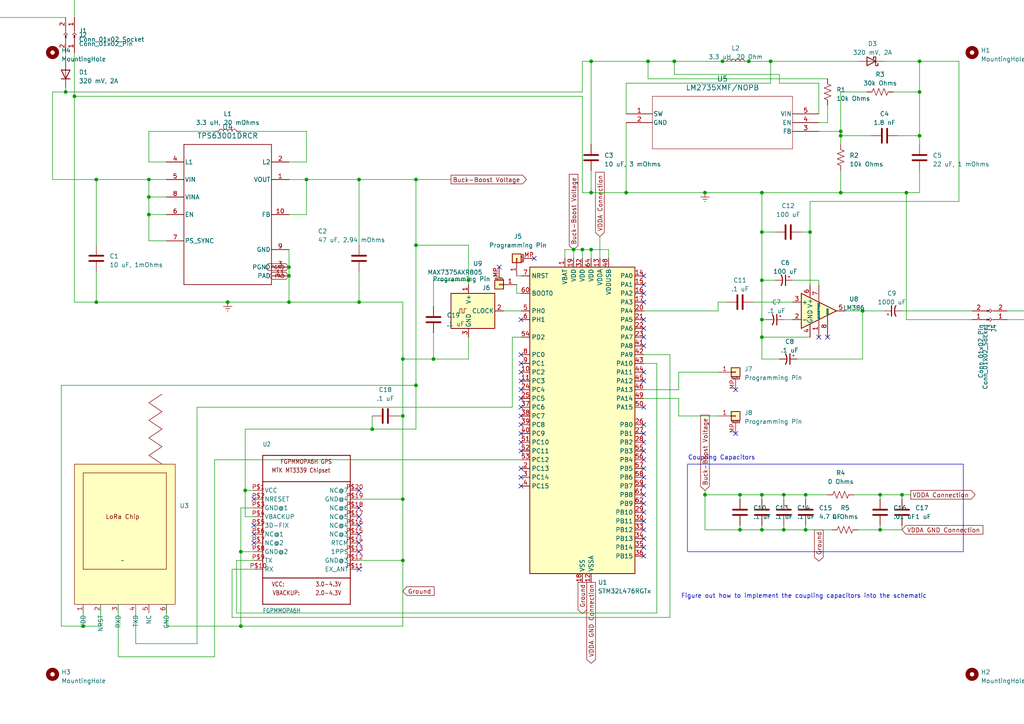
<source format=kicad_sch>
(kicad_sch (version 20231120) (generator "eeschema") (generator_version "8.0")
  (paper "A4")
  (lib_symbols
    (symbol "Adafruit Ultimate GPS Hat-eagle-import:GPS_FGPMMOPA6H"
      (property "Reference" "U" (at -12.7 22.86 0))
      (symbol "GPS_FGPMMOPA6H_1_0"
        (text "2.0-4.3V" (at 2.54 -20.32 0) (effects (font (size 1.27 1.0795)) (justify left bottom)))
        (text "3.0-4.3V" (at 2.54 -17.78 0) (effects (font (size 1.27 1.0795)) (justify left bottom)))
        (text "FGPMMOPA6H GPS" (at -7.62 17.78 0) (effects (font (size 1.27 1.0795)) (justify left bottom)))
        (text "MTK MT3339 Chipset" (at -10.16 15.24 0) (effects (font (size 1.27 1.0795)) (justify left bottom)))
        (text "VBACKUP:" (at -9.906 -20.32 0) (effects (font (size 1.27 1.0795)) (justify left bottom)))
        (text "VCC:" (at -10.16 -17.78 0) (effects (font (size 1.27 1.0795)) (justify left bottom)))
        (pin bidirectional line (at -15.24 10.16 0) (length 2.54) (name "VCC") (number "P$1"))
        (pin bidirectional line (at -15.24 -12.7 0) (length 2.54) (name "RX") (number "P$10"))
        (pin bidirectional line (at 15.24 -12.7 180) (length 2.54) (name "EX_ANT") (number "P$11"))
        (pin bidirectional line (at 15.24 -10.16 180) (length 2.54) (name "GND@3") (number "P$12"))
        (pin bidirectional line (at 15.24 -7.62 180) (length 2.54) (name "1PPS") (number "P$13"))
        (pin bidirectional line (at 15.24 -5.08 180) (length 2.54) (name "RTCM") (number "P$14"))
        (pin bidirectional line (at 15.24 -2.54 180) (length 2.54) (name "NC@3") (number "P$15"))
        (pin bidirectional line (at 15.24 0 180) (length 2.54) (name "NC@4") (number "P$16"))
        (pin bidirectional line (at 15.24 2.54 180) (length 2.54) (name "NC@5") (number "P$17"))
        (pin bidirectional line (at 15.24 5.08 180) (length 2.54) (name "NC@6") (number "P$18"))
        (pin bidirectional line (at 15.24 7.62 180) (length 2.54) (name "GND@4") (number "P$19"))
        (pin bidirectional line (at -15.24 7.62 0) (length 2.54) (name "NRESET") (number "P$2"))
        (pin bidirectional line (at 15.24 10.16 180) (length 2.54) (name "NC@7") (number "P$20"))
        (pin bidirectional line (at -15.24 5.08 0) (length 2.54) (name "GND@1") (number "P$3"))
        (pin bidirectional line (at -15.24 2.54 0) (length 2.54) (name "VBACKUP") (number "P$4"))
        (pin bidirectional line (at -15.24 0 0) (length 2.54) (name "3D-FIX") (number "P$5"))
        (pin bidirectional line (at -15.24 -2.54 0) (length 2.54) (name "NC@1") (number "P$6"))
        (pin bidirectional line (at -15.24 -5.08 0) (length 2.54) (name "NC@2") (number "P$7"))
        (pin bidirectional line (at -15.24 -7.62 0) (length 2.54) (name "GND@2") (number "P$8"))
        (pin bidirectional line (at -15.24 -10.16 0) (length 2.54) (name "TX") (number "P$9"))
      )
    )
    (symbol "Amplifier_Audio:LM386" (pin_names (offset 0.127))
      (property "Reference" "U" (at 1.27 7.62 0))
      (property "Value" "LM386" (at 1.27 5.08 0))
      (symbol "LM386_1_1"
        (pin input line (at 0 -7.62 90) (length 5.08) (name "GAIN") (number "1"))
        (pin input line (at -7.62 -2.54 0) (length 2.54) (name "-") (number "2"))
        (pin input line (at -7.62 2.54 0) (length 2.54) (name "+") (number "3"))
        (pin power_in line (at -2.54 -7.62 90) (length 3.81) (name "GND") (number "4"))
        (pin output line (at 7.62 0 180) (length 2.54) (name "~") (number "5"))
        (pin power_in line (at -2.54 7.62 270) (length 3.81) (name "V+") (number "6"))
        (pin input line (at 0 7.62 270) (length 5.08) (name "BYPASS") (number "7"))
        (pin input line (at 2.54 -7.62 90) (length 6.35) (name "GAIN") (number "8"))
      )
    )
    (symbol "Boost Chip:LM2735XMF_NOPB" (pin_names (offset 0.254))
      (property "Value" "LM2735XMF/NOPB" (at 27.94 7.62 0))
      (symbol "LM2735XMF_NOPB_0_1"
        (pin power_in line (at 0 0 0) (length 7.62) (name "SW") (number "1"))
        (pin power_in line (at 0 -2.54 0) (length 7.62) (name "GND") (number "2"))
        (pin input line (at 55.88 -5.08 180) (length 7.62) (name "FB") (number "3"))
        (pin input line (at 55.88 -2.54 180) (length 7.62) (name "EN") (number "4"))
        (pin power_in line (at 55.88 0 180) (length 7.62) (name "VIN") (number "5"))
      )
    )
    (symbol "Buck-Boost Chip:TPS63001DRCR" (pin_names (offset 0.254))
      (property "Reference" "U" (at 0 2.54 0))
      (property "Value" "TPS63001DRCR" (at 0 0 0))
      (symbol "TPS63001DRCR_0_1"
        (pin power_in line (at 17.78 10.16 180) (length 5.08) (name "VOUT") (number "1"))
        (pin input line (at 17.78 0 180) (length 5.08) (name "FB") (number "10"))
        (pin power_in line (at 17.78 -17.78 180) (length 5.08) (name "PAD") (number "11"))
        (pin unspecified line (at 17.78 15.24 180) (length 5.08) (name "L2") (number "2"))
        (pin power_in line (at 17.78 -15.24 180) (length 5.08) (name "PGND") (number "3"))
        (pin unspecified line (at -17.78 15.24 0) (length 5.08) (name "L1") (number "4"))
        (pin power_in line (at -17.78 10.16 0) (length 5.08) (name "VIN") (number "5"))
        (pin input line (at -17.78 0 0) (length 5.08) (name "EN") (number "6"))
        (pin input line (at -17.78 -7.62 0) (length 5.08) (name "PS_SYNC") (number "7"))
        (pin power_in line (at -17.78 5.08 0) (length 5.08) (name "VINA") (number "8"))
        (pin power_in line (at 17.78 -10.16 180) (length 5.08) (name "GND") (number "9"))
      )
    )
    (symbol "Connector:Conn_01x02_Pin" (pin_names (offset 1.016) hide)
      (property "Reference" "J" (at 0 2.54 0))
      (property "Value" "Conn_01x02_Pin" (at 0 -5.08 0))
      (symbol "Conn_01x02_Pin_1_1"
        (pin passive line (at 5.08 0 180) (length 3.81) (name "Pin_1") (number "1"))
        (pin passive line (at 5.08 -2.54 180) (length 3.81) (name "Pin_2") (number "2"))
      )
    )
    (symbol "Connector:Conn_01x02_Socket" (pin_names (offset 1.016) hide)
      (property "Reference" "J" (at 0 2.54 0))
      (property "Value" "Conn_01x02_Socket" (at 0 -5.08 0))
      (symbol "Conn_01x02_Socket_1_1"
        (pin passive line (at -5.08 0 0) (length 3.81) (name "Pin_1") (number "1"))
        (pin passive line (at -5.08 -2.54 0) (length 3.81) (name "Pin_2") (number "2"))
      )
    )
    (symbol "Connector_Generic_MountingPin:Conn_01x01_MountingPin" (pin_names (offset 1.016) hide)
      (property "Reference" "J" (at 0 2.54 0))
      (property "Value" "Conn_01x01_MountingPin" (at 1.27 -2.54 0))
      (symbol "Conn_01x01_MountingPin_1_1"
        (text "Mounting" (at 0 -1.651 0) (effects (font (size 0.381 0.381))))
        (pin passive line (at -5.08 0 0) (length 3.81) (name "Pin_1") (number "1"))
        (pin passive line (at 0 -5.08 90) (length 3.048) (name "MountPin") (number "MP"))
      )
    )
    (symbol "Device:Battery_Cell" (pin_numbers hide) (pin_names (offset 0) hide)
      (property "Reference" "BT" (at 2.54 2.54 0))
      (property "Value" "Battery_Cell" (at 2.54 0 0))
      (symbol "Battery_Cell_1_1"
        (pin passive line (at 0 5.08 270) (length 2.54) (name "+") (number "1"))
        (pin passive line (at 0 -2.54 90) (length 2.54) (name "-") (number "2"))
      )
    )
    (symbol "Device:C" (pin_numbers hide) (pin_names (offset 0.254))
      (property "Reference" "C" (at 0.635 2.54 0))
      (property "Value" "C" (at 0.635 -2.54 0))
      (symbol "C_1_1"
        (pin passive line (at 0 3.81 270) (length 2.794) (name "~") (number "1"))
        (pin passive line (at 0 -3.81 90) (length 2.794) (name "~") (number "2"))
      )
    )
    (symbol "Device:C_Polarized_Small_US" (pin_numbers hide) (pin_names (offset 0.254) hide)
      (property "Reference" "C" (at 0.254 1.778 0))
      (property "Value" "C_Polarized_Small_US" (at 0.254 -2.032 0))
      (symbol "C_Polarized_Small_US_1_1"
        (pin passive line (at 0 2.54 270) (length 2.032) (name "~") (number "1"))
        (pin passive line (at 0 -2.54 90) (length 2.032) (name "~") (number "2"))
      )
    )
    (symbol "Device:D" (pin_numbers hide) (pin_names (offset 1.016) hide)
      (property "Reference" "D" (at 0 2.54 0))
      (property "Value" "D" (at 0 -2.54 0))
      (symbol "D_1_1"
        (pin passive line (at -3.81 0 0) (length 2.54) (name "K") (number "1"))
        (pin passive line (at 3.81 0 180) (length 2.54) (name "A") (number "2"))
      )
    )
    (symbol "Device:D_Schottky" (pin_numbers hide) (pin_names (offset 1.016) hide)
      (property "Reference" "D" (at 0 2.54 0))
      (property "Value" "D_Schottky" (at 0 -2.54 0))
      (symbol "D_Schottky_1_1"
        (pin passive line (at -3.81 0 0) (length 2.54) (name "K") (number "1"))
        (pin passive line (at 3.81 0 180) (length 2.54) (name "A") (number "2"))
      )
    )
    (symbol "Device:L" (pin_numbers hide) (pin_names (offset 1.016) hide)
      (property "Reference" "L" (at -1.27 0 90))
      (property "Value" "L" (at 1.905 0 90))
      (symbol "L_1_1"
        (pin passive line (at 0 3.81 270) (length 1.27) (name "1") (number "1"))
        (pin passive line (at 0 -3.81 90) (length 1.27) (name "2") (number "2"))
      )
    )
    (symbol "Device:R_US" (pin_numbers hide) (pin_names (offset 0))
      (property "Reference" "R" (at 2.54 0 90))
      (property "Value" "R_US" (at -2.54 0 90))
      (symbol "R_US_1_1"
        (pin passive line (at 0 3.81 270) (length 1.27) (name "~") (number "1"))
        (pin passive line (at 0 -3.81 90) (length 1.27) (name "~") (number "2"))
      )
    )
    (symbol "Device:Speaker" (pin_names (offset 0) hide)
      (property "Reference" "LS" (at 1.27 5.715 0))
      (property "Value" "Speaker" (at 1.27 3.81 0))
      (symbol "Speaker_1_1"
        (pin input line (at -5.08 0 0) (length 2.54) (name "1") (number "1"))
        (pin input line (at -5.08 -2.54 0) (length 2.54) (name "2") (number "2"))
      )
    )
    (symbol "LoRa Chip:RYLR896"
      (property "Reference" "U" (at 0 0 0))
      (symbol "RYLR896_0_1"
        (text "LoRa Chip" (at 0 12.7 0) (effects (font (size 1.27 1.27))))
      )
      (symbol "RYLR896_1_1"
        (pin power_in line (at -11.43 -12.7 270) (length 2.54) (name "VDD") (number "1"))
        (pin input line (at -6.35 -12.7 270) (length 2.54) (name "NRST") (number "2"))
        (pin input line (at -1.27 -12.7 270) (length 2.54) (name "RXD") (number "3"))
        (pin output line (at 3.81 -12.7 270) (length 2.54) (name "TXD") (number "4"))
        (pin free line (at 7.62 -12.7 270) (length 2.54) (name "NC") (number "5"))
        (pin power_out line (at 12.7 -12.7 270) (length 2.54) (name "GND") (number "6"))
      )
    )
    (symbol "MCU_ST_STM32L4:STM32L476RGTx"
      (property "Reference" "U" (at -15.24 46.99 0))
      (property "Value" "STM32L476RGTx" (at 10.16 46.99 0))
      (symbol "STM32L476RGTx_1_1"
        (pin power_in line (at -5.08 48.26 270) (length 2.54) (name "VBAT") (number "1"))
        (pin bidirectional line (at -17.78 15.24 0) (length 2.54) (name "PC2") (number "10"))
        (pin bidirectional line (at -17.78 12.7 0) (length 2.54) (name "PC3") (number "11"))
        (pin power_in line (at 2.54 -45.72 90) (length 2.54) (name "VSSA") (number "12"))
        (pin power_in line (at 5.08 48.26 270) (length 2.54) (name "VDDA") (number "13"))
        (pin bidirectional line (at 17.78 43.18 180) (length 2.54) (name "PA0") (number "14"))
        (pin bidirectional line (at 17.78 40.64 180) (length 2.54) (name "PA1") (number "15"))
        (pin bidirectional line (at 17.78 38.1 180) (length 2.54) (name "PA2") (number "16"))
        (pin bidirectional line (at 17.78 35.56 180) (length 2.54) (name "PA3") (number "17"))
        (pin power_in line (at 0 -45.72 90) (length 2.54) (name "VSS") (number "18"))
        (pin power_in line (at -2.54 48.26 270) (length 2.54) (name "VDD") (number "19"))
        (pin bidirectional line (at -17.78 -12.7 0) (length 2.54) (name "PC13") (number "2"))
        (pin bidirectional line (at 17.78 33.02 180) (length 2.54) (name "PA4") (number "20"))
        (pin bidirectional line (at 17.78 30.48 180) (length 2.54) (name "PA5") (number "21"))
        (pin bidirectional line (at 17.78 27.94 180) (length 2.54) (name "PA6") (number "22"))
        (pin bidirectional line (at 17.78 25.4 180) (length 2.54) (name "PA7") (number "23"))
        (pin bidirectional line (at -17.78 10.16 0) (length 2.54) (name "PC4") (number "24"))
        (pin bidirectional line (at -17.78 7.62 0) (length 2.54) (name "PC5") (number "25"))
        (pin bidirectional line (at 17.78 0 180) (length 2.54) (name "PB0") (number "26"))
        (pin bidirectional line (at 17.78 -2.54 180) (length 2.54) (name "PB1") (number "27"))
        (pin bidirectional line (at 17.78 -5.08 180) (length 2.54) (name "PB2") (number "28"))
        (pin bidirectional line (at 17.78 -25.4 180) (length 2.54) (name "PB10") (number "29"))
        (pin bidirectional line (at -17.78 -15.24 0) (length 2.54) (name "PC14") (number "3"))
        (pin bidirectional line (at 17.78 -27.94 180) (length 2.54) (name "PB11") (number "30"))
        (pin passive line (at 0 -45.72 90) (length 2.54) hide (name "VSS") (number "31"))
        (pin power_in line (at 0 48.26 270) (length 2.54) (name "VDD") (number "32"))
        (pin bidirectional line (at 17.78 -30.48 180) (length 2.54) (name "PB12") (number "33"))
        (pin bidirectional line (at 17.78 -33.02 180) (length 2.54) (name "PB13") (number "34"))
        (pin bidirectional line (at 17.78 -35.56 180) (length 2.54) (name "PB14") (number "35"))
        (pin bidirectional line (at 17.78 -38.1 180) (length 2.54) (name "PB15") (number "36"))
        (pin bidirectional line (at -17.78 5.08 0) (length 2.54) (name "PC6") (number "37"))
        (pin bidirectional line (at -17.78 2.54 0) (length 2.54) (name "PC7") (number "38"))
        (pin bidirectional line (at -17.78 0 0) (length 2.54) (name "PC8") (number "39"))
        (pin bidirectional line (at -17.78 -17.78 0) (length 2.54) (name "PC15") (number "4"))
        (pin bidirectional line (at -17.78 -2.54 0) (length 2.54) (name "PC9") (number "40"))
        (pin bidirectional line (at 17.78 22.86 180) (length 2.54) (name "PA8") (number "41"))
        (pin bidirectional line (at 17.78 20.32 180) (length 2.54) (name "PA9") (number "42"))
        (pin bidirectional line (at 17.78 17.78 180) (length 2.54) (name "PA10") (number "43"))
        (pin bidirectional line (at 17.78 15.24 180) (length 2.54) (name "PA11") (number "44"))
        (pin bidirectional line (at 17.78 12.7 180) (length 2.54) (name "PA12") (number "45"))
        (pin bidirectional line (at 17.78 10.16 180) (length 2.54) (name "PA13") (number "46"))
        (pin passive line (at 0 -45.72 90) (length 2.54) hide (name "VSS") (number "47"))
        (pin power_in line (at 7.62 48.26 270) (length 2.54) (name "VDDUSB") (number "48"))
        (pin bidirectional line (at 17.78 7.62 180) (length 2.54) (name "PA14") (number "49"))
        (pin bidirectional line (at -17.78 33.02 0) (length 2.54) (name "PH0") (number "5"))
        (pin bidirectional line (at 17.78 5.08 180) (length 2.54) (name "PA15") (number "50"))
        (pin bidirectional line (at -17.78 -5.08 0) (length 2.54) (name "PC10") (number "51"))
        (pin bidirectional line (at -17.78 -7.62 0) (length 2.54) (name "PC11") (number "52"))
        (pin bidirectional line (at -17.78 -10.16 0) (length 2.54) (name "PC12") (number "53"))
        (pin bidirectional line (at -17.78 25.4 0) (length 2.54) (name "PD2") (number "54"))
        (pin bidirectional line (at 17.78 -7.62 180) (length 2.54) (name "PB3") (number "55"))
        (pin bidirectional line (at 17.78 -10.16 180) (length 2.54) (name "PB4") (number "56"))
        (pin bidirectional line (at 17.78 -12.7 180) (length 2.54) (name "PB5") (number "57"))
        (pin bidirectional line (at 17.78 -15.24 180) (length 2.54) (name "PB6") (number "58"))
        (pin bidirectional line (at 17.78 -17.78 180) (length 2.54) (name "PB7") (number "59"))
        (pin bidirectional line (at -17.78 30.48 0) (length 2.54) (name "PH1") (number "6"))
        (pin input line (at -17.78 38.1 0) (length 2.54) (name "BOOT0") (number "60"))
        (pin bidirectional line (at 17.78 -20.32 180) (length 2.54) (name "PB8") (number "61"))
        (pin bidirectional line (at 17.78 -22.86 180) (length 2.54) (name "PB9") (number "62"))
        (pin passive line (at 0 -45.72 90) (length 2.54) hide (name "VSS") (number "63"))
        (pin power_in line (at 2.54 48.26 270) (length 2.54) (name "VDD") (number "64"))
        (pin input line (at -17.78 43.18 0) (length 2.54) (name "NRST") (number "7"))
        (pin bidirectional line (at -17.78 20.32 0) (length 2.54) (name "PC0") (number "8"))
        (pin bidirectional line (at -17.78 17.78 0) (length 2.54) (name "PC1") (number "9"))
      )
    )
    (symbol "Mechanical:MountingHole" (pin_names (offset 1.016))
      (property "Reference" "H" (at 0 5.08 0))
      (property "Value" "MountingHole" (at 0 3.175 0))
    )
    (symbol "Oscillator:MAX7375AXR805" (pin_names (offset 0.254))
      (property "Reference" "U" (at -2.54 6.35 0))
      (property "Value" "MAX7375AXR805" (at 1.27 -6.35 0))
      (symbol "MAX7375AXR805_1_1"
        (pin power_in line (at 0 7.62 270) (length 2.54) (name "V+") (number "1"))
        (pin output line (at 10.16 0 180) (length 2.54) (name "CLOCK") (number "2"))
        (pin power_in line (at 0 -7.62 90) (length 2.54) (name "GND") (number "3"))
      )
    )
    (symbol "power:Earth" (power) (pin_names (offset 0))
      (symbol "Earth_1_1"
        (pin power_in line (at 0 0 270) (length 0) hide (name "Earth") (number "1"))
      )
    )
  )
  (junction (at 116.84 162.56))
  (junction (at 214.63 143.51))
  (junction (at 104.14 87.63))
  (junction (at 88.9 52.07))
  (junction (at 120.65 111.76))
  (junction (at 220.98 143.51))
  (junction (at 168.91 72.39))
  (junction (at 243.84 39.37))
  (junction (at 195.58 17.78))
  (junction (at 135.89 81.28))
  (junction (at 171.45 17.78))
  (junction (at 83.82 87.63))
  (junction (at 69.85 181.61))
  (junction (at 234.95 67.31))
  (junction (at 120.65 71.12))
  (junction (at 227.33 143.51))
  (junction (at 43.18 57.15))
  (junction (at 220.98 92.71))
  (junction (at 220.98 153.67))
  (junction (at 255.27 153.67))
  (junction (at 66.04 87.63))
  (junction (at 125.73 104.14))
  (junction (at 83.82 77.47))
  (junction (at 171.45 55.88))
  (junction (at 261.62 143.51))
  (junction (at 243.84 55.88))
  (junction (at 187.96 17.78))
  (junction (at 204.47 143.51))
  (junction (at 116.84 120.65))
  (junction (at 255.27 143.51))
  (junction (at 43.18 52.07))
  (junction (at 107.95 124.46))
  (junction (at 266.7 17.78))
  (junction (at 43.18 62.23))
  (junction (at 227.33 153.67))
  (junction (at 262.89 55.88))
  (junction (at 104.14 52.07))
  (junction (at 116.84 144.78))
  (junction (at 120.65 52.07))
  (junction (at 24.13 181.61))
  (junction (at 204.47 55.88))
  (junction (at 223.52 17.78))
  (junction (at 220.98 67.31))
  (junction (at 71.12 142.24))
  (junction (at 69.85 160.02))
  (junction (at 217.17 17.78))
  (junction (at 19.05 26.67))
  (junction (at 220.98 97.79))
  (junction (at 181.61 55.88))
  (junction (at 250.19 90.17))
  (junction (at 171.45 72.39))
  (junction (at 83.82 80.01))
  (junction (at 243.84 38.1))
  (junction (at 233.68 153.67))
  (junction (at 266.7 39.37))
  (junction (at 166.37 72.39))
  (junction (at 27.94 87.63))
  (junction (at 21.59 27.94))
  (junction (at 233.68 143.51))
  (junction (at 220.98 55.88))
  (junction (at 214.63 153.67))
  (junction (at 209.55 17.78))
  (junction (at 266.7 26.67))
  (junction (at 116.84 104.14))
  (junction (at 220.98 81.28))
  (junction (at 27.94 52.07))
  (no_connect (at 151.13 135.89))
  (no_connect (at 151.13 113.03))
  (no_connect (at 186.69 125.73))
  (no_connect (at 186.69 128.27))
  (no_connect (at 151.13 118.11))
  (no_connect (at 186.69 148.59))
  (no_connect (at 104.14 152.4))
  (no_connect (at 151.13 107.95))
  (no_connect (at 104.14 154.94))
  (no_connect (at 186.69 123.19))
  (no_connect (at 186.69 151.13))
  (no_connect (at 186.69 95.25))
  (no_connect (at 186.69 85.09))
  (no_connect (at 186.69 80.01))
  (no_connect (at 186.69 153.67))
  (no_connect (at 213.36 125.73))
  (no_connect (at 73.66 157.48))
  (no_connect (at 73.66 144.78))
  (no_connect (at 104.14 149.86))
  (no_connect (at 151.13 110.49))
  (no_connect (at 144.78 77.47))
  (no_connect (at 186.69 118.11))
  (no_connect (at 104.14 157.48))
  (no_connect (at 240.03 97.79))
  (no_connect (at 151.13 140.97))
  (no_connect (at 151.13 92.71))
  (no_connect (at 186.69 146.05))
  (no_connect (at 104.14 147.32))
  (no_connect (at 213.36 113.03))
  (no_connect (at 151.13 115.57))
  (no_connect (at 237.49 97.79))
  (no_connect (at 73.66 152.4))
  (no_connect (at 151.13 102.87))
  (no_connect (at 186.69 92.71))
  (no_connect (at 73.66 154.94))
  (no_connect (at 186.69 158.75))
  (no_connect (at 151.13 138.43))
  (no_connect (at 154.94 74.93))
  (no_connect (at 186.69 143.51))
  (no_connect (at 186.69 82.55))
  (no_connect (at 104.14 142.24))
  (no_connect (at 186.69 100.33))
  (no_connect (at 186.69 156.21))
  (no_connect (at 151.13 125.73))
  (no_connect (at 104.14 160.02))
  (no_connect (at 151.13 105.41))
  (no_connect (at 186.69 87.63))
  (no_connect (at 186.69 140.97))
  (no_connect (at 151.13 123.19))
  (no_connect (at 186.69 133.35))
  (no_connect (at 186.69 138.43))
  (no_connect (at 186.69 97.79))
  (no_connect (at 186.69 130.81))
  (no_connect (at 186.69 107.95))
  (no_connect (at 186.69 110.49))
  (no_connect (at 151.13 120.65))
  (no_connect (at 151.13 128.27))
  (no_connect (at 186.69 161.29))
  (no_connect (at 151.13 130.81))
  (no_connect (at 186.69 135.89))
  (no_connect (at 104.14 165.1))
  (wire (pts (xy 220.98 81.28) (xy 220.98 92.71)))
  (wire (pts (xy 250.19 90.17) (xy 256.54 90.17)))
  (wire (pts (xy 67.31 179.07) (xy 67.31 165.1)))
  (wire (pts (xy 232.41 67.31) (xy 234.95 67.31)))
  (wire (pts (xy 116.84 104.14) (xy 125.73 104.14)))
  (wire (pts (xy 181.61 35.56) (xy 181.61 55.88)))
  (wire (pts (xy 260.35 39.37) (xy 266.7 39.37)))
  (wire (pts (xy 171.45 17.78) (xy 171.45 41.91)))
  (wire (pts (xy 245.11 90.17) (xy 250.19 90.17)))
  (wire (pts (xy 21.59 27.94) (xy 21.59 87.63)))
  (wire (pts (xy 17.78 111.76) (xy 120.65 111.76)))
  (wire (pts (xy 69.85 181.61) (xy 116.84 181.61)))
  (wire (pts (xy 24.13 175.26) (xy 24.13 181.61)))
  (wire (pts (xy 208.28 90.17) (xy 208.28 87.63)))
  (wire (pts (xy 171.45 55.88) (xy 168.91 55.88)))
  (wire (pts (xy 173.99 68.58) (xy 173.99 74.93)))
  (wire (pts (xy 104.14 78.74) (xy 104.14 87.63)))
  (wire (pts (xy 43.18 57.15) (xy 43.18 52.07)))
  (wire (pts (xy 220.98 104.14) (xy 226.06 104.14)))
  (wire (pts (xy 19.05 25.4) (xy 19.05 26.67)))
  (wire (pts (xy 176.53 72.39) (xy 176.53 74.93)))
  (wire (pts (xy 43.18 52.07) (xy 48.26 52.07)))
  (wire (pts (xy 83.82 62.23) (xy 88.9 62.23)))
  (wire (pts (xy 255.27 143.51) (xy 261.62 143.51)))
  (wire (pts (xy 116.84 120.65) (xy 116.84 144.78)))
  (wire (pts (xy 57.15 118.11) (xy 57.15 186.69)))
  (wire (pts (xy 68.58 162.56) (xy 73.66 162.56)))
  (wire (pts (xy 220.98 67.31) (xy 220.98 81.28)))
  (wire (pts (xy 204.47 142.24) (xy 204.47 143.51)))
  (wire (pts (xy 34.29 190.5) (xy 34.29 175.26)))
  (wire (pts (xy 120.65 52.07) (xy 130.81 52.07)))
  (wire (pts (xy 186.69 102.87) (xy 194.31 102.87)))
  (wire (pts (xy 194.31 179.07) (xy 67.31 179.07)))
  (wire (pts (xy 10.16 -16.51) (xy 3.81 -16.51)))
  (wire (pts (xy 220.98 152.4) (xy 220.98 153.67)))
  (wire (pts (xy 83.82 87.63) (xy 104.14 87.63)))
  (wire (pts (xy 135.89 71.12) (xy 135.89 81.28)))
  (wire (pts (xy 21.59 87.63) (xy 27.94 87.63)))
  (wire (pts (xy 190.5 105.41) (xy 190.5 177.8)))
  (wire (pts (xy 220.98 55.88) (xy 243.84 55.88)))
  (wire (pts (xy 83.82 80.01) (xy 83.82 87.63)))
  (wire (pts (xy 149.86 85.09) (xy 151.13 85.09)))
  (wire (pts (xy 19.05 15.24) (xy 19.05 17.78)))
  (wire (pts (xy 262.89 55.88) (xy 266.7 55.88)))
  (wire (pts (xy 104.14 162.56) (xy 116.84 162.56)))
  (wire (pts (xy 71.12 142.24) (xy 71.12 124.46)))
  (wire (pts (xy 240.03 22.86) (xy 187.96 22.86)))
  (wire (pts (xy 186.69 105.41) (xy 190.5 105.41)))
  (wire (pts (xy 181.61 24.13) (xy 223.52 24.13)))
  (wire (pts (xy 62.23 133.35) (xy 151.13 133.35)))
  (wire (pts (xy 69.85 160.02) (xy 69.85 181.61)))
  (wire (pts (xy 220.98 55.88) (xy 220.98 67.31)))
  (wire (pts (xy 190.5 177.8) (xy 68.58 177.8)))
  (wire (pts (xy 262.89 55.88) (xy 262.89 92.71)))
  (wire (pts (xy 163.83 74.93) (xy 163.83 72.39)))
  (wire (pts (xy 234.95 58.42) (xy 234.95 67.31)))
  (wire (pts (xy 227.33 143.51) (xy 227.33 144.78)))
  (wire (pts (xy 220.98 153.67) (xy 227.33 153.67)))
  (wire (pts (xy 220.98 143.51) (xy 227.33 143.51)))
  (wire (pts (xy 243.84 38.1) (xy 243.84 39.37)))
  (wire (pts (xy 237.49 35.56) (xy 240.03 35.56)))
  (wire (pts (xy 66.04 87.63) (xy 83.82 87.63)))
  (wire (pts (xy 256.54 17.78) (xy 266.7 17.78)))
  (wire (pts (xy 48.26 181.61) (xy 69.85 181.61)))
  (wire (pts (xy 234.95 58.42) (xy 278.13 58.42)))
  (wire (pts (xy 21.59 27.94) (xy 168.91 27.94)))
  (wire (pts (xy 73.66 147.32) (xy 69.85 147.32)))
  (wire (pts (xy 83.82 77.47) (xy 83.82 80.01)))
  (wire (pts (xy 214.63 143.51) (xy 220.98 143.51)))
  (wire (pts (xy 43.18 46.99) (xy 48.26 46.99)))
  (wire (pts (xy 168.91 26.67) (xy 168.91 17.78)))
  (wire (pts (xy 104.14 52.07) (xy 104.14 71.12)))
  (wire (pts (xy 83.82 46.99) (xy 88.9 46.99)))
  (wire (pts (xy 243.84 26.67) (xy 243.84 38.1)))
  (wire (pts (xy 104.14 87.63) (xy 116.84 87.63)))
  (wire (pts (xy 218.44 87.63) (xy 229.87 87.63)))
  (wire (pts (xy 83.82 72.39) (xy 83.82 77.47)))
  (wire (pts (xy 186.69 90.17) (xy 208.28 90.17)))
  (wire (pts (xy 149.86 80.01) (xy 151.13 80.01)))
  (wire (pts (xy 237.49 38.1) (xy 243.84 38.1)))
  (wire (pts (xy 204.47 55.88) (xy 220.98 55.88)))
  (wire (pts (xy 115.57 120.65) (xy 116.84 120.65)))
  (wire (pts (xy 243.84 49.53) (xy 243.84 55.88)))
  (wire (pts (xy 255.27 143.51) (xy 255.27 144.78)))
  (wire (pts (xy 223.52 24.13) (xy 223.52 17.78)))
  (wire (pts (xy 107.95 120.65) (xy 107.95 124.46)))
  (wire (pts (xy 125.73 81.28) (xy 125.73 88.9)))
  (wire (pts (xy 21.59 -8.89) (xy 21.59 5.08)))
  (wire (pts (xy 48.26 62.23) (xy 43.18 62.23)))
  (wire (pts (xy 194.31 102.87) (xy 194.31 179.07)))
  (wire (pts (xy 17.78 181.61) (xy 24.13 181.61)))
  (wire (pts (xy 261.62 90.17) (xy 281.94 90.17)))
  (wire (pts (xy 220.98 81.28) (xy 224.79 81.28)))
  (wire (pts (xy -7.62 5.08) (xy 19.05 5.08)))
  (wire (pts (xy 166.37 72.39) (xy 166.37 74.93)))
  (wire (pts (xy 27.94 78.74) (xy 27.94 87.63)))
  (wire (pts (xy 266.7 17.78) (xy 266.7 26.67)))
  (wire (pts (xy 234.95 97.79) (xy 220.98 97.79)))
  (wire (pts (xy 292.1 92.71) (xy 312.42 92.71)))
  (wire (pts (xy 220.98 67.31) (xy 224.79 67.31)))
  (wire (pts (xy 240.03 30.48) (xy 240.03 35.56)))
  (wire (pts (xy 67.31 165.1) (xy 73.66 165.1)))
  (wire (pts (xy 116.84 104.14) (xy 116.84 120.65)))
  (wire (pts (xy 195.58 21.59) (xy 195.58 17.78)))
  (wire (pts (xy 227.33 143.51) (xy 233.68 143.51)))
  (wire (pts (xy 204.47 143.51) (xy 214.63 143.51)))
  (wire (pts (xy 220.98 143.51) (xy 220.98 144.78)))
  (wire (pts (xy 223.52 17.78) (xy 248.92 17.78)))
  (wire (pts (xy 231.14 104.14) (xy 250.19 104.14)))
  (wire (pts (xy 43.18 38.1) (xy 43.18 46.99)))
  (wire (pts (xy 227.33 92.71) (xy 229.87 92.71)))
  (wire (pts (xy 261.62 143.51) (xy 264.16 143.51)))
  (wire (pts (xy 243.84 39.37) (xy 252.73 39.37)))
  (wire (pts (xy 43.18 38.1) (xy 62.23 38.1)))
  (wire (pts (xy 208.28 87.63) (xy 210.82 87.63)))
  (wire (pts (xy 148.59 118.11) (xy 57.15 118.11)))
  (wire (pts (xy 278.13 17.78) (xy 278.13 58.42)))
  (wire (pts (xy 104.14 144.78) (xy 116.84 144.78)))
  (wire (pts (xy 243.84 39.37) (xy 243.84 41.91)))
  (wire (pts (xy 88.9 38.1) (xy 88.9 46.99)))
  (wire (pts (xy 226.06 21.59) (xy 195.58 21.59)))
  (wire (pts (xy 69.85 38.1) (xy 88.9 38.1)))
  (wire (pts (xy 214.63 153.67) (xy 220.98 153.67)))
  (wire (pts (xy 68.58 177.8) (xy 68.58 162.56)))
  (wire (pts (xy 233.68 143.51) (xy 233.68 144.78)))
  (wire (pts (xy 247.65 143.51) (xy 255.27 143.51)))
  (wire (pts (xy 214.63 152.4) (xy 214.63 153.67)))
  (wire (pts (xy 195.58 17.78) (xy 209.55 17.78)))
  (wire (pts (xy 181.61 55.88) (xy 204.47 55.88)))
  (wire (pts (xy 243.84 26.67) (xy 251.46 26.67)))
  (wire (pts (xy 116.84 87.63) (xy 116.84 104.14)))
  (wire (pts (xy 15.24 26.67) (xy 19.05 26.67)))
  (wire (pts (xy 120.65 124.46) (xy 120.65 111.76)))
  (wire (pts (xy 107.95 124.46) (xy 120.65 124.46)))
  (wire (pts (xy 266.7 26.67) (xy 266.7 39.37)))
  (wire (pts (xy 171.45 72.39) (xy 176.53 72.39)))
  (wire (pts (xy 266.7 17.78) (xy 278.13 17.78)))
  (wire (pts (xy 237.49 82.55) (xy 237.49 81.28)))
  (wire (pts (xy 226.06 24.13) (xy 237.49 24.13)))
  (wire (pts (xy 71.12 149.86) (xy 73.66 149.86)))
  (wire (pts (xy 48.26 69.85) (xy 43.18 69.85)))
  (wire (pts (xy 261.62 152.4) (xy 261.62 153.67)))
  (wire (pts (xy 243.84 55.88) (xy 262.89 55.88)))
  (wire (pts (xy 15.24 26.67) (xy 15.24 52.07)))
  (wire (pts (xy 248.92 153.67) (xy 255.27 153.67)))
  (wire (pts (xy 261.62 143.51) (xy 261.62 144.78)))
  (wire (pts (xy 16.51 -16.51) (xy 16.51 -8.89)))
  (wire (pts (xy 62.23 190.5) (xy 34.29 190.5)))
  (wire (pts (xy 120.65 71.12) (xy 120.65 111.76)))
  (wire (pts (xy 196.85 115.57) (xy 196.85 120.65)))
  (wire (pts (xy 229.87 81.28) (xy 237.49 81.28)))
  (wire (pts (xy -2.54 -16.51) (xy -2.54 -19.05)))
  (wire (pts (xy 168.91 55.88) (xy 168.91 27.94)))
  (wire (pts (xy 227.33 152.4) (xy 227.33 153.67)))
  (wire (pts (xy 168.91 72.39) (xy 168.91 74.93)))
  (wire (pts (xy 266.7 39.37) (xy 266.7 41.91)))
  (wire (pts (xy 3.81 -8.89) (xy -2.54 -8.89)))
  (wire (pts (xy 217.17 17.78) (xy 223.52 17.78)))
  (wire (pts (xy 266.7 49.53) (xy 266.7 55.88)))
  (wire (pts (xy 88.9 52.07) (xy 104.14 52.07)))
  (wire (pts (xy 196.85 120.65) (xy 208.28 120.65)))
  (wire (pts (xy 166.37 72.39) (xy 168.91 72.39)))
  (wire (pts (xy 135.89 97.79) (xy 135.89 104.14)))
  (wire (pts (xy 237.49 24.13) (xy 237.49 33.02)))
  (wire (pts (xy 204.47 143.51) (xy 204.47 153.67)))
  (wire (pts (xy 83.82 52.07) (xy 88.9 52.07)))
  (wire (pts (xy 120.65 52.07) (xy 120.65 71.12)))
  (wire (pts (xy 135.89 81.28) (xy 125.73 81.28)))
  (wire (pts (xy 187.96 17.78) (xy 195.58 17.78)))
  (wire (pts (xy 24.13 181.61) (xy 29.21 181.61)))
  (wire (pts (xy 187.96 22.86) (xy 187.96 17.78)))
  (wire (pts (xy 261.62 153.67) (xy 255.27 153.67)))
  (wire (pts (xy 186.69 113.03) (xy 196.85 113.03)))
  (wire (pts (xy -2.54 -19.05) (xy -7.62 -19.05)))
  (wire (pts (xy 171.45 55.88) (xy 181.61 55.88)))
  (wire (pts (xy 146.05 90.17) (xy 151.13 90.17)))
  (wire (pts (xy 227.33 153.67) (xy 233.68 153.67)))
  (wire (pts (xy 196.85 107.95) (xy 208.28 107.95)))
  (wire (pts (xy 73.66 160.02) (xy 69.85 160.02)))
  (wire (pts (xy 233.68 153.67) (xy 241.3 153.67)))
  (wire (pts (xy 71.12 142.24) (xy 71.12 149.86)))
  (wire (pts (xy 214.63 143.51) (xy 214.63 144.78)))
  (wire (pts (xy 217.17 17.78) (xy 209.55 17.78)))
  (wire (pts (xy 15.24 52.07) (xy 27.94 52.07)))
  (wire (pts (xy 71.12 124.46) (xy 107.95 124.46)))
  (wire (pts (xy 181.61 24.13) (xy 181.61 33.02)))
  (wire (pts (xy 39.37 186.69) (xy 57.15 186.69)))
  (wire (pts (xy 69.85 147.32) (xy 69.85 160.02)))
  (wire (pts (xy 116.84 162.56) (xy 116.84 181.61)))
  (wire (pts (xy 3.81 -16.51) (xy 3.81 -8.89)))
  (wire (pts (xy 73.66 142.24) (xy 71.12 142.24)))
  (wire (pts (xy 120.65 71.12) (xy 135.89 71.12)))
  (wire (pts (xy 163.83 72.39) (xy 166.37 72.39)))
  (wire (pts (xy 250.19 90.17) (xy 250.19 104.14)))
  (wire (pts (xy -7.62 -19.05) (xy -7.62 5.08)))
  (wire (pts (xy 16.51 -8.89) (xy 10.16 -8.89)))
  (wire (pts (xy 125.73 104.14) (xy 135.89 104.14)))
  (wire (pts (xy 29.21 175.26) (xy 29.21 181.61)))
  (wire (pts (xy 17.78 181.61) (xy 17.78 111.76)))
  (wire (pts (xy 204.47 153.67) (xy 214.63 153.67)))
  (wire (pts (xy 104.14 52.07) (xy 120.65 52.07)))
  (wire (pts (xy 259.08 26.67) (xy 266.7 26.67)))
  (wire (pts (xy 148.59 97.79) (xy 148.59 118.11)))
  (wire (pts (xy 27.94 52.07) (xy 43.18 52.07)))
  (wire (pts (xy 88.9 62.23) (xy 88.9 52.07)))
  (wire (pts (xy 21.59 15.24) (xy 21.59 27.94)))
  (wire (pts (xy 116.84 144.78) (xy 116.84 162.56)))
  (wire (pts (xy 186.69 115.57) (xy 196.85 115.57)))
  (wire (pts (xy 168.91 17.78) (xy 171.45 17.78)))
  (wire (pts (xy 135.89 81.28) (xy 135.89 82.55)))
  (wire (pts (xy 149.86 82.55) (xy 149.86 85.09)))
  (wire (pts (xy 39.37 186.69) (xy 39.37 175.26)))
  (wire (pts (xy 27.94 52.07) (xy 27.94 71.12)))
  (wire (pts (xy 21.59 -16.51) (xy 16.51 -16.51)))
  (wire (pts (xy 220.98 92.71) (xy 220.98 97.79)))
  (wire (pts (xy 196.85 113.03) (xy 196.85 107.95)))
  (wire (pts (xy 125.73 96.52) (xy 125.73 104.14)))
  (wire (pts (xy 19.05 26.67) (xy 168.91 26.67)))
  (wire (pts (xy 171.45 49.53) (xy 171.45 55.88)))
  (wire (pts (xy 48.26 57.15) (xy 43.18 57.15)))
  (wire (pts (xy 234.95 67.31) (xy 234.95 82.55)))
  (wire (pts (xy 43.18 62.23) (xy 43.18 57.15)))
  (wire (pts (xy 226.06 24.13) (xy 226.06 21.59)))
  (wire (pts (xy 220.98 92.71) (xy 222.25 92.71)))
  (wire (pts (xy 233.68 152.4) (xy 233.68 153.67)))
  (wire (pts (xy 171.45 17.78) (xy 187.96 17.78)))
  (wire (pts (xy 168.91 72.39) (xy 171.45 72.39)))
  (wire (pts (xy 255.27 152.4) (xy 255.27 153.67)))
  (wire (pts (xy 292.1 90.17) (xy 312.42 90.17)))
  (wire (pts (xy 240.03 143.51) (xy 233.68 143.51)))
  (wire (pts (xy 220.98 104.14) (xy 220.98 97.79)))
  (wire (pts (xy 62.23 133.35) (xy 62.23 190.5)))
  (wire (pts (xy 27.94 87.63) (xy 66.04 87.63)))
  (wire (pts (xy 48.26 175.26) (xy 48.26 181.61)))
  (wire (pts (xy 151.13 97.79) (xy 148.59 97.79)))
  (wire (pts (xy 262.89 92.71) (xy 281.94 92.71)))
  (wire (pts (xy 171.45 72.39) (xy 171.45 74.93)))
  (wire (pts (xy 43.18 69.85) (xy 43.18 62.23)))
  (rectangle (start 199.39 134.62) (end 279.4 160.02))
  (rectangle (start -6.35 -17.78) (end 25.4 -7.62))
  (text "Figure out how to implement the coupling capacitors into the schematic" (at 233.172 172.974 0) (effects (font (size 1.27 1.27))))
  (text "Battery \"Box\"" (at 27.94 -10.16 0) (effects (font (size 1.27 1.27)) (justify left bottom)))
  (text "Coupling Capacitors" (at 209.296 132.842 0) (effects (font (size 1.27 1.27))))
  (global_label "PGND" (shape bidirectional) (at 83.82 77.47 180) (effects (font (size 1.016 1.016))) (property "Intersheetrefs" "${INTERSHEET_REFS}" (effects (hide yes))))
  (global_label "Buck-Boost Voltage" (shape output) (at 130.81 52.07 0) (property "Intersheetrefs" "${INTERSHEET_REFS}" (effects (hide yes))))
  (global_label "VDDA GND Connection" (shape output) (at 171.45 168.91 270) (property "Intersheetrefs" "${INTERSHEET_REFS}" (effects (hide yes))))
  (global_label "PAD" (shape bidirectional) (at 83.82 80.01 180) (effects (font (size 1.016 1.016))) (property "Intersheetrefs" "${INTERSHEET_REFS}" (effects (hide yes))))
  (global_label "Buck-Boost Voltage" (shape input) (at 204.47 142.24 90) (property "Intersheetrefs" "${INTERSHEET_REFS}" (effects (hide yes))))
  (global_label "Buck-Boost Voltage" (shape input) (at 166.37 72.39 90) (property "Intersheetrefs" "${INTERSHEET_REFS}" (effects (hide yes))))
  (global_label "Ground" (shape output) (at 237.49 153.67 270) (property "Intersheetrefs" "${INTERSHEET_REFS}" (effects (hide yes))))
  (global_label "VDDA GND Connection" (shape input) (at 261.62 153.67 0) (property "Intersheetrefs" "${INTERSHEET_REFS}" (effects (hide yes))))
  (global_label "VDDA Connection" (shape input) (at 173.99 68.58 90) (property "Intersheetrefs" "${INTERSHEET_REFS}" (effects (hide yes))))
  (global_label "Ground" (shape input) (at 116.84 171.45 0) (property "Intersheetrefs" "${INTERSHEET_REFS}" (effects (hide yes))))
  (global_label "VDDA Connection" (shape output) (at 264.16 143.51 0) (property "Intersheetrefs" "${INTERSHEET_REFS}" (effects (hide yes))))
  (global_label "Ground" (shape output) (at 168.91 168.91 270) (property "Intersheetrefs" "${INTERSHEET_REFS}" (effects (hide yes))))
  (symbol (lib_id "Device:D") (at 19.05 21.59 90) (unit 1)
    (property "Reference" "D1" (at 22.86 20.955 90) (effects (justify right)))
    (property "Value" "320 mV, 2A" (at 22.86 23.495 90) (effects (justify right)))
    (property "Footprint" "Schottky:Schottky" (effects (hide yes)))
    (property "Sim.Device" "D" (effects (hide yes)))
    (property "Sim.Pins" "1=K 2=A" (effects (hide yes)))
  )
  (symbol (lib_id "Device:L") (at 213.36 17.78 90) (unit 1)
    (property "Reference" "L2" (at 213.36 13.97 90))
    (property "Value" "3.3 uH, 20 Ohm" (at 213.36 16.51 90))
    (property "Footprint" "Inductor_SMD:L_TDK_SLF7045" (effects (hide yes)))
  )
  (symbol (lib_id "Device:C") (at 214.63 87.63 90) (unit 1)
    (property "Reference" "C11" (at 214.63 81.28 90))
    (property "Value" ".1 uF" (at 214.63 83.82 90))
    (property "Footprint" "Capacitor_SMD:C_0805_2012Metric_Pad1.18x1.45mm_HandSolder" (effects (hide yes)))
  )
  (symbol (lib_id "Device:C") (at 171.45 45.72 0) (unit 1)
    (property "Reference" "C3" (at 175.26 45.085 0) (effects (justify left)))
    (property "Value" "10 uF, 3 mOhms" (at 175.26 47.625 0) (effects (justify left)))
    (property "Footprint" "Capacitor_SMD:C_0805_2012Metric_Pad1.18x1.45mm_HandSolder" (effects (hide yes)))
  )
  (symbol (lib_id "Device:Battery_Cell") (at -2.54 -11.43 0) (unit 1)
    (property "Reference" "BT1" (at -6.35 -24.13 0) (effects (justify left)))
    (property "Value" "1.5V" (at -6.35 -21.59 0) (effects (justify left)))
  )
  (symbol (lib_id "Device:C") (at 214.63 148.59 0) (unit 1)
    (property "Reference" "C10" (at 218.44 147.3199 0) (effects (justify left)))
    (property "Value" ".1 uF" (at 218.44 149.8599 0) (effects (justify left)))
    (property "Footprint" "Capacitor_SMD:C_0805_2012Metric_Pad1.18x1.45mm_HandSolder" (effects (hide yes)))
    (property "Description" "Unpolarized capacitor" (effects (hide yes)))
  )
  (symbol (lib_id "Mechanical:MountingHole") (at 281.94 15.24 0) (unit 1)
    (property "Reference" "H1" (at 284.48 14.605 0) (effects (justify left)))
    (property "Value" "MountingHole" (at 284.48 17.145 0) (effects (justify left)))
  )
  (symbol (lib_id "Device:C") (at 228.6 67.31 270) (unit 1)
    (property "Reference" "C12" (at 228.6 59.69 90))
    (property "Value" "100 uF" (at 228.6 62.23 90))
    (property "Footprint" "Capacitor_SMD:C_0805_2012Metric_Pad1.18x1.45mm_HandSolder" (effects (hide yes)))
  )
  (symbol (lib_id "MCU_ST_STM32L4:STM32L476RGTx") (at 168.91 123.19 0) (unit 1)
    (property "Reference" "U1" (at 173.4059 168.91 0) (effects (justify left)))
    (property "Value" "STM32L476RGTx" (at 173.4059 171.45 0) (effects (justify left)))
    (property "Footprint" "STM32 Chip:LQFP-64_10x10mm_P0.5mm" (effects (hide yes)))
    (property "Datasheet" "https://www.st.com/resource/en/datasheet/stm32l476rg.pdf" (effects (hide yes)))
  )
  (symbol (lib_id "Device:R_US") (at 255.27 26.67 90) (unit 1)
    (property "Reference" "R3" (at 255.27 21.59 90))
    (property "Value" "30k Ohms" (at 255.27 24.13 90))
    (property "Footprint" "Resistor_SMD:R_0805_2012Metric" (effects (hide yes)))
  )
  (symbol (lib_id "Device:C_Polarized_Small_US") (at 228.6 104.14 270) (unit 1)
    (property "Reference" "C8" (at 229.0318 99.06 90))
    (property "Value" ".1 uF" (at 229.0318 101.6 90))
    (property "Footprint" "Polarized Caps (.1 - 100 uF):CAP_UZE_4X3P9_NCH" (effects (hide yes)))
  )
  (symbol (lib_id "Connector:Conn_01x02_Pin") (at 21.59 10.16 270) (unit 1)
    (property "Reference" "J2" (at 22.86 10.16 90) (effects (justify left)))
    (property "Value" "Conn_01x02_Pin" (at 22.86 12.7 90) (effects (justify left)))
    (property "Footprint" "Connector_JST:JST_PH_B2B-PH-SM4-TB_1x02-1MP_P2.00mm_Vertical" (effects (hide yes)))
  )
  (symbol (lib_id "Device:C") (at 125.73 92.71 0) (unit 1)
    (property "Reference" "C19" (at 129.54 91.4399 0) (effects (justify left)))
    (property "Value" ".1 uF" (at 129.54 93.9799 0) (effects (justify left)))
    (property "Footprint" "Capacitor_SMD:C_0805_2012Metric_Pad1.18x1.45mm_HandSolder" (effects (hide yes)))
    (property "Description" "Unpolarized capacitor" (effects (hide yes)))
  )
  (symbol (lib_id "Device:Speaker") (at 317.5 90.17 0) (unit 1)
    (property "Reference" "LS1" (at 322.58 90.805 0) (effects (justify left)))
    (property "Value" "Speaker" (at 322.58 93.345 0) (effects (justify left)))
  )
  (symbol (lib_id "power:Earth") (at 204.47 55.88 0) (unit 1)
    (property "Reference" "#PWR06" (effects (hide yes)))
    (property "Value" "Earth" (effects (hide yes)))
  )
  (symbol (lib_id "Mechanical:MountingHole") (at 15.24 15.24 0) (unit 1)
    (property "Reference" "H4" (at 17.78 14.605 0) (effects (justify left)))
    (property "Value" "MountingHole" (at 17.78 17.145 0) (effects (justify left)))
  )
  (symbol (lib_id "Connector:Conn_01x02_Pin") (at 287.02 92.71 180) (unit 1)
    (property "Reference" "J3" (at 287.02 93.98 90) (effects (justify left)))
    (property "Value" "Conn_01x02_Pin" (at 284.48 93.98 90) (effects (justify left)))
    (property "Footprint" "Connector_JST:JST_PH_B2B-PH-SM4-TB_1x02-1MP_P2.00mm_Vertical" (effects (hide yes)))
  )
  (symbol (lib_id "Device:C_Polarized_Small_US") (at 259.08 90.17 90) (unit 1)
    (property "Reference" "C9" (at 258.6482 85.09 90))
    (property "Value" "1000 uF" (at 258.6482 87.63 90))
    (property "Footprint" "Polarized Cap 1000 uF:PCAP_10x10-ELECT_NCA" (effects (hide yes)))
  )
  (symbol (lib_id "Device:C") (at 266.7 45.72 0) (unit 1)
    (property "Reference" "C5" (at 270.51 45.085 0) (effects (justify left)))
    (property "Value" "22 uF, 1 mOhms" (at 270.51 47.625 0) (effects (justify left)))
    (property "Footprint" "Capacitor_SMD:C_0805_2012Metric_Pad1.18x1.45mm_HandSolder" (effects (hide yes)))
  )
  (symbol (lib_id "Device:C") (at 261.62 148.59 0) (unit 1)
    (property "Reference" "C17" (at 265.43 147.3199 0) (effects (justify left)))
    (property "Value" "1 uF" (at 265.43 149.8599 0) (effects (justify left)))
    (property "Footprint" "Capacitor_SMD:C_0805_2012Metric_Pad1.18x1.45mm_HandSolder" (effects (hide yes)))
    (property "Description" "Unpolarized capacitor" (effects (hide yes)))
  )
  (symbol (lib_id "Connector:Conn_01x02_Socket") (at 21.59 10.16 270) (unit 1)
    (property "Reference" "J1" (at 22.86 8.89 90) (effects (justify left)))
    (property "Value" "Conn_01x02_Socket" (at 22.86 11.43 90) (effects (justify left)))
  )
  (symbol (lib_id "Boost Chip:LM2735XMF_NOPB") (at 181.61 33.02 0) (unit 1)
    (property "Reference" "U5" (at 209.55 22.86 0) (effects (font (size 1.524 1.524))))
    (property "Value" "LM2735XMF/NOPB" (at 209.55 25.4 0) (effects (font (size 1.524 1.524))))
    (property "Footprint" "Boost:MF05A" (effects (hide yes)))
    (property "Datasheet" "LM2735XMF/NOPB" (effects (hide yes)))
  )
  (symbol (lib_id "Connector_Generic_MountingPin:Conn_01x01_MountingPin") (at 149.86 74.93 90) (unit 1)
    (property "Reference" "J5" (at 150.2156 68.58 90))
    (property "Value" "Programming Pin" (at 150.2156 71.12 90))
    (property "Description" "Generic connectable mounting pin connector, single row, 01x01, script generated (kicad-library-utils/schlib/autogen/connector/)" (effects (hide yes)))
  )
  (symbol (lib_id "Device:C") (at 220.98 148.59 0) (unit 1)
    (property "Reference" "C13" (at 224.79 147.3199 0) (effects (justify left)))
    (property "Value" ".1 uF" (at 224.79 149.8599 0) (effects (justify left)))
    (property "Footprint" "Capacitor_SMD:C_0805_2012Metric_Pad1.18x1.45mm_HandSolder" (effects (hide yes)))
    (property "Description" "Unpolarized capacitor" (effects (hide yes)))
  )
  (symbol (lib_id "Device:R_US") (at 243.84 45.72 0) (unit 1)
    (property "Reference" "R2" (at 246.38 45.085 0) (effects (justify left)))
    (property "Value" "10k Ohms" (at 246.38 47.625 0) (effects (justify left)))
    (property "Footprint" "Resistor_SMD:R_0805_2012Metric" (effects (hide yes)))
  )
  (symbol (lib_id "Device:R_US") (at 245.11 153.67 90) (unit 1)
    (property "Reference" "R5" (at 245.11 147.32 90))
    (property "Value" "0 Ohms" (at 245.11 149.86 90))
    (property "Footprint" "Resistor_SMD:R_0805_2012Metric_Pad1.20x1.40mm_HandSolder" (effects (hide yes)))
    (property "Description" "Resistor, US symbol" (effects (hide yes)))
  )
  (symbol (lib_id "Device:D_Schottky") (at 252.73 17.78 180) (unit 1)
    (property "Reference" "D3" (at 253.0475 12.7 0))
    (property "Value" "320 mV, 2A" (at 253.0475 15.24 0))
    (property "Footprint" "Schottky:Schottky" (effects (hide yes)))
  )
  (symbol (lib_id "Device:R_US") (at 243.84 143.51 90) (unit 1)
    (property "Reference" "R4" (at 243.84 137.16 90))
    (property "Value" "0 Ohms" (at 243.84 139.7 90))
    (property "Footprint" "Resistor_SMD:R_0805_2012Metric_Pad1.20x1.40mm_HandSolder" (effects (hide yes)))
    (property "Description" "Resistor, US symbol" (effects (hide yes)))
  )
  (symbol (lib_id "Buck-Boost Chip:TPS63001DRCR") (at 66.04 62.23 0) (unit 1)
    (property "Reference" "U4" (at 66.04 36.83 0) (effects (font (size 1.524 1.524))))
    (property "Value" "TPS63001DRCR" (at 66.04 39.37 0) (effects (font (size 1.524 1.524))))
    (property "Footprint" "Buck-Boost:DRC0010J" (effects (hide yes)))
    (property "Datasheet" "TPS63001DRCR" (effects (hide yes)))
  )
  (symbol (lib_id "Mechanical:MountingHole") (at 281.94 195.58 0) (unit 1)
    (property "Reference" "H2" (at 284.48 194.945 0) (effects (justify left)))
    (property "Value" "MountingHole" (at 284.48 197.485 0) (effects (justify left)))
  )
  (symbol (lib_id "Device:Battery_Cell") (at 21.59 -11.43 0) (unit 1)
    (property "Reference" "BT3" (at 19.05 -24.13 0) (effects (justify left)))
    (property "Value" "1.5V" (at 19.05 -21.59 0) (effects (justify left)))
  )
  (symbol (lib_id "Device:C") (at 104.14 74.93 0) (unit 1)
    (property "Reference" "C2" (at 92.202 67.056 0) (effects (justify left)))
    (property "Value" "47 uF, 2.94 mOhms" (at 92.202 69.596 0) (effects (justify left)))
    (property "Footprint" "Capacitor_SMD:C_0805_2012Metric_Pad1.18x1.45mm_HandSolder" (effects (hide yes)))
  )
  (symbol (lib_id "Connector_Generic_MountingPin:Conn_01x01_MountingPin") (at 213.36 107.95 0) (unit 1)
    (property "Reference" "J7" (at 215.9 107.0355 0) (effects (justify left)))
    (property "Value" "Programming Pin" (at 215.9 109.5755 0) (effects (justify left)))
    (property "Description" "Generic connectable mounting pin connector, single row, 01x01, script generated (kicad-library-utils/schlib/autogen/connector/)" (effects (hide yes)))
  )
  (symbol (lib_id "Device:C") (at 227.33 148.59 0) (unit 1)
    (property "Reference" "C14" (at 231.14 147.3199 0) (effects (justify left)))
    (property "Value" ".1 uF" (at 231.14 149.8599 0) (effects (justify left)))
    (property "Footprint" "Capacitor_SMD:C_0805_2012Metric_Pad1.18x1.45mm_HandSolder" (effects (hide yes)))
    (property "Description" "Unpolarized capacitor" (effects (hide yes)))
  )
  (symbol (lib_id "Device:C") (at 111.76 120.65 90) (unit 1)
    (property "Reference" "C18" (at 111.76 113.03 90))
    (property "Value" ".1 uF" (at 111.76 115.57 90))
    (property "Footprint" "Capacitor_SMD:C_0805_2012Metric_Pad1.18x1.45mm_HandSolder" (effects (hide yes)))
    (property "Description" "Unpolarized capacitor" (effects (hide yes)))
  )
  (symbol (lib_id "Oscillator:MAX7375AXR805") (at 135.89 90.17 0) (unit 1)
    (property "Reference" "U9" (at 139.954 76.454 0) (effects (justify right)))
    (property "Value" "MAX7375AXR805" (at 139.954 78.994 0) (effects (justify right)))
    (property "Footprint" "Package_TO_SOT_SMD:SOT-323_SC-70" (effects (hide yes)))
    (property "Datasheet" "https://datasheets.maximintegrated.com/en/ds/MAX7375.pdf" (effects (hide yes)))
    (property "Description" "Silicon Clock Oscillator 8MHz, SC-70-3" (effects (hide yes)))
  )
  (symbol (lib_id "Mechanical:MountingHole") (at 15.24 195.58 0) (unit 1)
    (property "Reference" "H3" (at 17.78 194.945 0) (effects (justify left)))
    (property "Value" "MountingHole" (at 17.78 197.485 0) (effects (justify left)))
  )
  (symbol (lib_id "Device:C_Polarized_Small_US") (at 224.79 92.71 270) (unit 1)
    (property "Reference" "C7" (at 225.2218 87.63 90))
    (property "Value" ".1 uF" (at 225.2218 90.17 90))
    (property "Footprint" "Polarized Caps (.1 - 100 uF):CAP_UZE_4X3P9_NCH" (effects (hide yes)))
  )
  (symbol (lib_id "Connector:Conn_01x02_Socket") (at 287.02 92.71 180) (unit 1)
    (property "Reference" "J4" (at 288.29 93.98 90) (effects (justify left)))
    (property "Value" "Conn_01x02_Socket" (at 285.75 93.98 90) (effects (justify left)))
  )
  (symbol (lib_id "Device:Battery_Cell") (at 10.16 -11.43 0) (unit 1)
    (property "Reference" "BT2" (at 6.35 -24.13 0) (effects (justify left)))
    (property "Value" "1.5V" (at 6.35 -21.59 0) (effects (justify left)))
  )
  (symbol (lib_id "LoRa Chip:RYLR896") (at 35.56 162.56 0) (unit 1)
    (property "Reference" "U3" (at 52.07 146.685 0) (effects (justify left)))
    (property "Value" "~" (at 35.56 162.56 0))
    (property "Footprint" "LoRa Chip:LoRa Chip" (effects (hide yes)))
  )
  (symbol (lib_id "Device:C") (at 255.27 148.59 0) (unit 1)
    (property "Reference" "C16" (at 259.08 147.3199 0) (effects (justify left)))
    (property "Value" ".01 uF" (at 259.08 149.8599 0) (effects (justify left)))
    (property "Footprint" "Capacitor_SMD:C_0805_2012Metric_Pad1.18x1.45mm_HandSolder" (effects (hide yes)))
    (property "Description" "Unpolarized capacitor" (effects (hide yes)))
  )
  (symbol (lib_id "Amplifier_Audio:LM386") (at 237.49 90.17 0) (unit 1)
    (property "Reference" "U8" (at 247.65 86.7411 0))
    (property "Value" "LM386" (at 247.65 89.2811 0))
    (property "Footprint" "LM386:LM386" (effects (hide yes)))
    (property "Datasheet" "http://www.ti.com/lit/ds/symlink/lm386.pdf" (effects (hide yes)))
  )
  (symbol (lib_id "Device:C") (at 256.54 39.37 90) (unit 1)
    (property "Reference" "C4" (at 256.54 33.02 90))
    (property "Value" "1.8 nF" (at 256.54 35.56 90))
    (property "Footprint" "Capacitor_SMD:C_0805_2012Metric_Pad1.18x1.45mm_HandSolder" (effects (hide yes)))
  )
  (symbol (lib_id "Device:C") (at 27.94 74.93 0) (unit 1)
    (property "Reference" "C1" (at 31.75 74.295 0) (effects (justify left)))
    (property "Value" "10 uF, 1mOhms" (at 31.75 76.835 0) (effects (justify left)))
    (property "Footprint" "Capacitor_SMD:C_0805_2012Metric_Pad1.18x1.45mm_HandSolder" (effects (hide yes)))
  )
  (symbol (lib_id "Adafruit Ultimate GPS Hat-eagle-import:GPS_FGPMMOPA6H") (at 88.9 152.4 0) (unit 1)
    (property "Reference" "U2" (at 76.2 129.54 0) (effects (font (size 1.27 1.0795)) (justify left bottom)))
    (property "Value" "FGPMMOPA6H" (at 76.2 177.8 0) (effects (font (size 1.27 1.0795)) (justify left bottom)))
    (property "Footprint" "GPS Module:FGPMMOPA6H" (effects (hide yes)))
  )
  (symbol (lib_id "power:Earth") (at 66.04 87.63 0) (unit 1)
    (property "Reference" "#PWR05" (effects (hide yes)))
    (property "Value" "Earth" (effects (hide yes)))
  )
  (symbol (lib_id "Device:R_US") (at 240.03 26.67 0) (unit 1)
    (property "Reference" "R1" (at 242.57 26.035 0) (effects (justify left)))
    (property "Value" "10k Ohms" (at 242.57 28.575 0) (effects (justify left)))
    (property "Footprint" "Resistor_SMD:R_0805_2012Metric" (effects (hide yes)))
  )
  (symbol (lib_id "Connector_Generic_MountingPin:Conn_01x01_MountingPin") (at 213.36 120.65 0) (unit 1)
    (property "Reference" "J8" (at 215.9 119.7355 0) (effects (justify left)))
    (property "Value" "Programming Pin" (at 215.9 122.2755 0) (effects (justify left)))
    (property "Description" "Generic connectable mounting pin connector, single row, 01x01, script generated (kicad-library-utils/schlib/autogen/connector/)" (effects (hide yes)))
  )
  (symbol (lib_id "Device:C") (at 233.68 148.59 0) (unit 1)
    (property "Reference" "C15" (at 237.49 147.3199 0) (effects (justify left)))
    (property "Value" "4.7 uF" (at 237.49 149.8599 0) (effects (justify left)))
    (property "Footprint" "Capacitor_SMD:C_0805_2012Metric_Pad1.18x1.45mm_HandSolder" (effects (hide yes)))
    (property "Description" "Unpolarized capacitor" (effects (hide yes)))
  )
  (symbol (lib_id "Connector_Generic_MountingPin:Conn_01x01_MountingPin") (at 144.78 82.55 180) (unit 1)
    (property "Reference" "J6" (at 142.24 83.4645 0) (effects (justify left)))
    (property "Value" "Programming Pin" (at 142.24 80.9245 0) (effects (justify left)))
    (property "Description" "Generic connectable mounting pin connector, single row, 01x01, script generated (kicad-library-utils/schlib/autogen/connector/)" (effects (hide yes)))
  )
  (symbol (lib_id "Device:L") (at 66.04 38.1 90) (unit 1)
    (property "Reference" "L1" (at 66.04 33.02 90))
    (property "Value" "3.3 uH, 20 mOhms" (at 66.04 35.56 90))
    (property "Footprint" "Inductor_SMD:L_0805_2012Metric" (effects (hide yes)))
  )
  (symbol (lib_id "Device:C_Polarized_Small_US") (at 227.33 81.28 270) (unit 1)
    (property "Reference" "C6" (at 227.7618 76.2 90))
    (property "Value" "100 uF" (at 227.7618 78.74 90))
    (property "Footprint" "Polarized Caps (.1 - 100 uF):CAP_UZE_4X3P9_NCH" (effects (hide yes)))
  )
)
</source>
